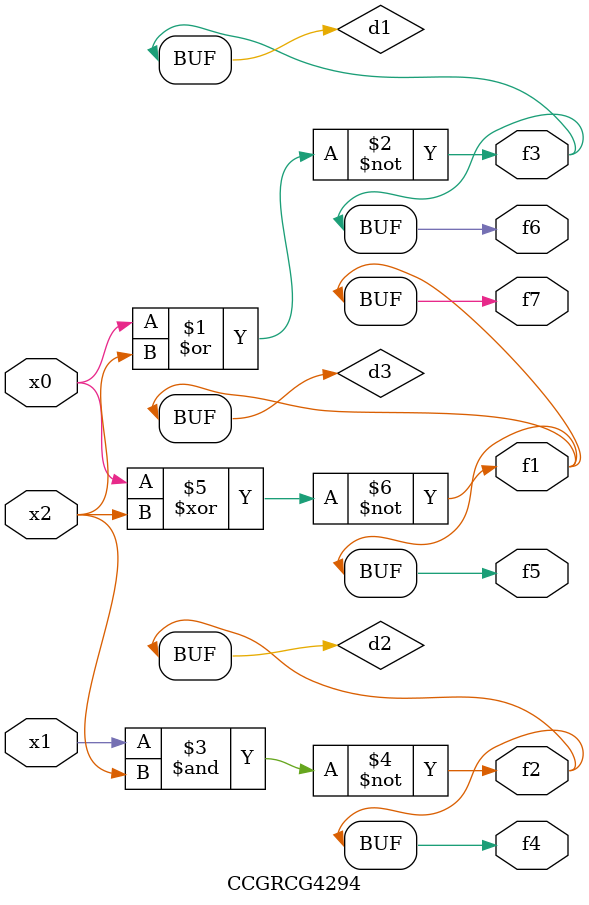
<source format=v>
module CCGRCG4294(
	input x0, x1, x2,
	output f1, f2, f3, f4, f5, f6, f7
);

	wire d1, d2, d3;

	nor (d1, x0, x2);
	nand (d2, x1, x2);
	xnor (d3, x0, x2);
	assign f1 = d3;
	assign f2 = d2;
	assign f3 = d1;
	assign f4 = d2;
	assign f5 = d3;
	assign f6 = d1;
	assign f7 = d3;
endmodule

</source>
